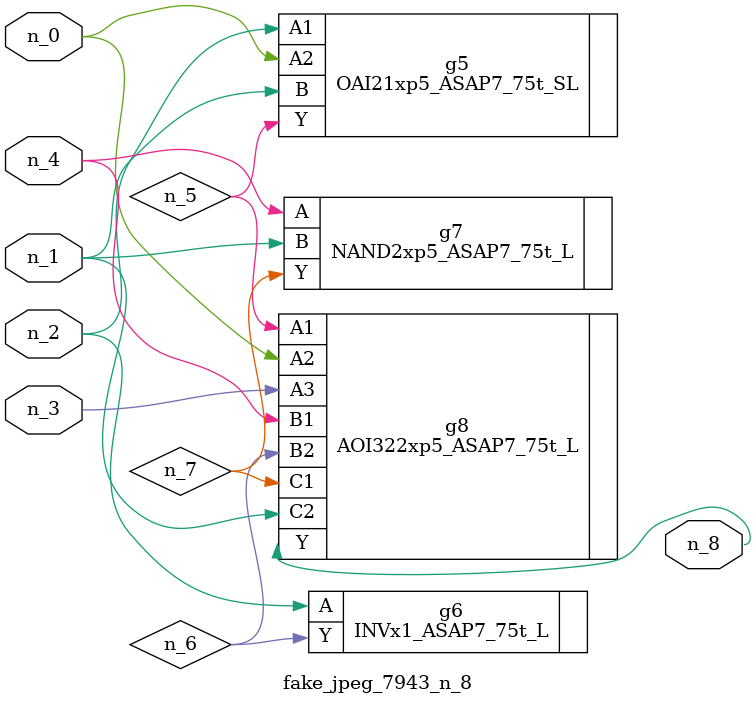
<source format=v>
module fake_jpeg_7943_n_8 (n_3, n_2, n_1, n_0, n_4, n_8);

input n_3;
input n_2;
input n_1;
input n_0;
input n_4;

output n_8;

wire n_6;
wire n_5;
wire n_7;

OAI21xp5_ASAP7_75t_SL g5 ( 
.A1(n_2),
.A2(n_0),
.B(n_1),
.Y(n_5)
);

INVx1_ASAP7_75t_L g6 ( 
.A(n_2),
.Y(n_6)
);

NAND2xp5_ASAP7_75t_L g7 ( 
.A(n_4),
.B(n_1),
.Y(n_7)
);

AOI322xp5_ASAP7_75t_L g8 ( 
.A1(n_5),
.A2(n_0),
.A3(n_3),
.B1(n_4),
.B2(n_6),
.C1(n_7),
.C2(n_1),
.Y(n_8)
);


endmodule
</source>
